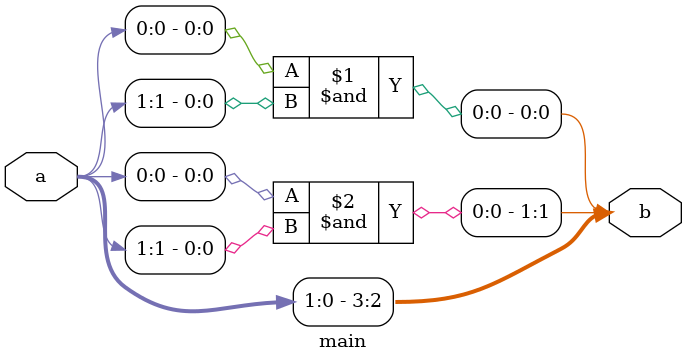
<source format=v>
module main(input wire [1:0] a, output wire [3:0] b);
   assign b = {a, a[0] & a[1], a[0] & a[1]};
endmodule // main

</source>
